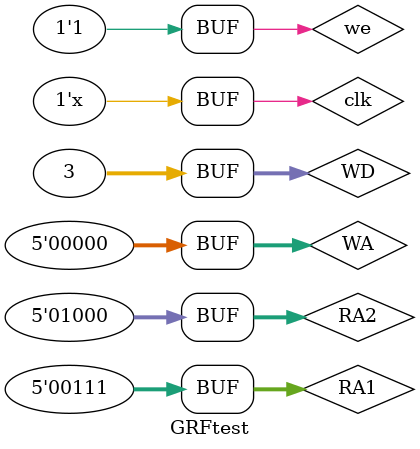
<source format=v>
`timescale 1ns / 1ps


module GRFtest;

	// Inputs
	reg [31:0] WPC;
	reg clk;
	reg reset;
	reg we;
	reg [4:0] RA1;
	reg [4:0] RA2;
	reg [4:0] WA;
	reg [31:0] WD;

	// Outputs
	wire [31:0] RD1;
	wire [31:0] RD2;

	// Instantiate the Unit Under Test (UUT)
	GRF uut (
		.WPC(WPC), 
		.clk(clk), 
		.reset(reset), 
		.we(we), 
		.RA1(RA1), 
		.RA2(RA2), 
		.WA(WA), 
		.WD(WD), 
		.RD1(RD1), 
		.RD2(RD2)
	);

	initial begin
		// Initialize Inputs
		clk=0;
		WA=6;
		WD=5;
		#2
		WA=7;
		we=1;
		WD=3;
		#2
		WA=0;
		WD=3;
		#2
		RA1=7;
		RA2=8;
		// Wait 100 ns for global reset to finish
		#100;
        
		// Add stimulus here

	end
      
	always #1 clk=~clk;
endmodule


</source>
